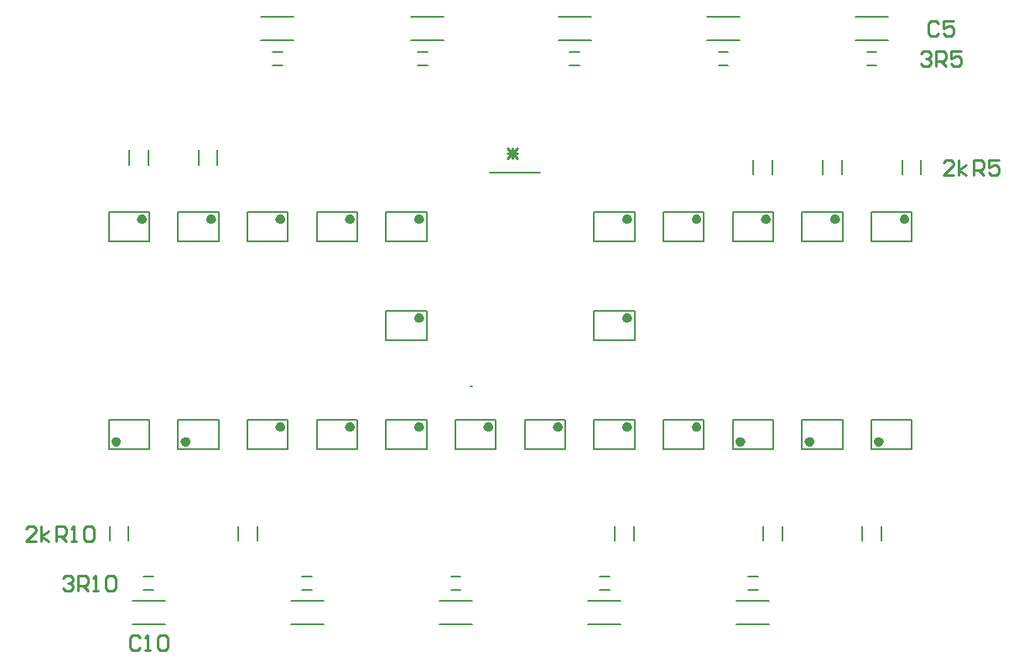
<source format=gto>
G04*
G04 #@! TF.GenerationSoftware,Altium Limited,Altium Designer,20.2.6 (244)*
G04*
G04 Layer_Color=65535*
%FSLAX25Y25*%
%MOIN*%
G70*
G04*
G04 #@! TF.SameCoordinates,E8620A35-0D5A-4ADE-AEDE-EDBF8206D9B1*
G04*
G04*
G04 #@! TF.FilePolarity,Positive*
G04*
G01*
G75*
%ADD10C,0.00787*%
%ADD11C,0.01968*%
%ADD12C,0.01000*%
D10*
X313681Y235728D02*
X312894D01*
X313681D01*
X320709Y320590D02*
X340709D01*
X491929Y319882D02*
Y325787D01*
X484449Y319882D02*
Y325787D01*
X184843Y323819D02*
Y329724D01*
X177362Y323819D02*
Y329724D01*
X212402Y323819D02*
Y329724D01*
X204921Y323819D02*
Y329724D01*
X432874Y319882D02*
Y325787D01*
X425394Y319882D02*
Y325787D01*
X460433Y319882D02*
Y325787D01*
X452953Y319882D02*
Y325787D01*
X468701Y174213D02*
Y180118D01*
X476181Y174213D02*
Y180118D01*
X169488Y174213D02*
Y180118D01*
X176969Y174213D02*
Y180118D01*
X220669Y174213D02*
Y180118D01*
X228150Y174213D02*
Y180118D01*
X370276Y174213D02*
Y180118D01*
X377756Y174213D02*
Y180118D01*
X429331Y174213D02*
Y180118D01*
X436811Y174213D02*
Y180118D01*
X183071Y154823D02*
X187008D01*
X183071Y160138D02*
X187008D01*
X178531Y150308D02*
X191548D01*
X178531Y141031D02*
X191548D01*
X418689Y150308D02*
X431705D01*
X418689Y141031D02*
X431705D01*
X423228Y154823D02*
X427165D01*
X423228Y160138D02*
X427165D01*
X470472Y363484D02*
X474409D01*
X470472Y368799D02*
X474409D01*
X465933Y382591D02*
X478949D01*
X465933Y373315D02*
X478949D01*
X229712Y382591D02*
X242729D01*
X229712Y373315D02*
X242729D01*
X234252Y363484D02*
X238189D01*
X234252Y368799D02*
X238189D01*
X359633Y141031D02*
X372650D01*
X359633Y150308D02*
X372650D01*
X364173Y160138D02*
X368110D01*
X364173Y154823D02*
X368110D01*
X300578Y141031D02*
X313595D01*
X300578Y150308D02*
X313595D01*
X305118Y160138D02*
X309055D01*
X305118Y154823D02*
X309055D01*
X241523Y141031D02*
X254540D01*
X241523Y150308D02*
X254540D01*
X246063Y160138D02*
X250000D01*
X246063Y154823D02*
X250000D01*
X411417Y368799D02*
X415354D01*
X411417Y363484D02*
X415354D01*
X406878Y373315D02*
X419894D01*
X406878Y382591D02*
X419894D01*
X352362Y368799D02*
X356299D01*
X352362Y363484D02*
X356299D01*
X347822Y373315D02*
X360839D01*
X347822Y382591D02*
X360839D01*
X292028Y368799D02*
X295965D01*
X292028Y363484D02*
X295965D01*
X289158Y373315D02*
X302174D01*
X289158Y382591D02*
X302174D01*
X185215Y293307D02*
Y305118D01*
X169116Y293307D02*
X185215D01*
X169116D02*
Y305118D01*
X185215D01*
X417148D02*
X433246D01*
X417148Y293307D02*
Y305118D01*
Y293307D02*
X433246D01*
Y305118D01*
X444707D02*
X460805D01*
X444707Y293307D02*
Y305118D01*
Y293307D02*
X460805D01*
Y305118D01*
X472266D02*
X488364D01*
X472266Y293307D02*
Y305118D01*
Y293307D02*
X488364D01*
Y305118D01*
X389589Y222441D02*
X405687D01*
X389589Y210630D02*
Y222441D01*
Y210630D02*
X405687D01*
Y222441D01*
X306911D02*
X323010D01*
X306911Y210630D02*
Y222441D01*
Y210630D02*
X323010D01*
Y222441D01*
X362030Y265748D02*
X378128D01*
X362030Y253937D02*
Y265748D01*
Y253937D02*
X378128D01*
Y265748D01*
X362030Y305118D02*
X378128D01*
X362030Y293307D02*
Y305118D01*
Y293307D02*
X378128D01*
Y305118D01*
X389589D02*
X405687D01*
X389589Y293307D02*
Y305118D01*
Y293307D02*
X405687D01*
Y305118D01*
X472266Y210630D02*
X488364D01*
Y222441D01*
X472266D02*
X488364D01*
X472266Y210630D02*
Y222441D01*
X444707Y210630D02*
X460805D01*
Y222441D01*
X444707D02*
X460805D01*
X444707Y210630D02*
Y222441D01*
X417148Y210630D02*
X433246D01*
Y222441D01*
X417148D02*
X433246D01*
X417148Y210630D02*
Y222441D01*
X196675Y210630D02*
X212774D01*
Y222441D01*
X196675D02*
X212774D01*
X196675Y210630D02*
Y222441D01*
X169116Y210630D02*
X185215D01*
Y222441D01*
X169116D02*
X185215D01*
X169116Y210630D02*
Y222441D01*
X251793Y305118D02*
X267892D01*
X251793Y293307D02*
Y305118D01*
Y293307D02*
X267892D01*
Y305118D01*
X362030Y222441D02*
X378128D01*
X362030Y210630D02*
Y222441D01*
Y210630D02*
X378128D01*
Y222441D01*
X334471D02*
X350569D01*
X334471Y210630D02*
Y222441D01*
Y210630D02*
X350569D01*
Y222441D01*
X279352Y305118D02*
X295451D01*
X279352Y293307D02*
Y305118D01*
Y293307D02*
X295451D01*
Y305118D01*
X279352Y265748D02*
X295451D01*
X279352Y253937D02*
Y265748D01*
Y253937D02*
X295451D01*
Y265748D01*
X224234Y222441D02*
X240333D01*
X224234Y210630D02*
Y222441D01*
Y210630D02*
X240333D01*
Y222441D01*
X251793D02*
X267892D01*
X251793Y210630D02*
Y222441D01*
Y210630D02*
X267892D01*
Y222441D01*
X279352D02*
X295451D01*
X279352Y210630D02*
Y222441D01*
Y210630D02*
X295451D01*
Y222441D01*
X240333Y293307D02*
Y305118D01*
X224234Y293307D02*
X240333D01*
X224234D02*
Y305118D01*
X240333D01*
X212774Y293307D02*
Y305118D01*
X196675Y293307D02*
X212774D01*
X196675D02*
Y305118D01*
X212774D01*
D11*
X486396Y302148D02*
X485904Y303001D01*
X484919D01*
X484427Y302148D01*
X484919Y301296D01*
X485904D01*
X486396Y302148D01*
X458837D02*
X458345Y303001D01*
X457360D01*
X456868Y302148D01*
X457360Y301296D01*
X458345D01*
X458837Y302148D01*
X431278D02*
X430785Y303001D01*
X429801D01*
X429309Y302148D01*
X429801Y301296D01*
X430785D01*
X431278Y302148D01*
X403719D02*
X403226Y303001D01*
X402242D01*
X401750Y302148D01*
X402242Y301296D01*
X403226D01*
X403719Y302148D01*
X376160D02*
X375667Y303001D01*
X374683D01*
X374191Y302148D01*
X374683Y301296D01*
X375667D01*
X376160Y302148D01*
X293482D02*
X292990Y303001D01*
X292006D01*
X291514Y302148D01*
X292006Y301296D01*
X292990D01*
X293482Y302148D01*
X265923D02*
X265431Y303001D01*
X264447D01*
X263955Y302148D01*
X264447Y301296D01*
X265431D01*
X265923Y302148D01*
X238364D02*
X237872Y303001D01*
X236888D01*
X236396Y302148D01*
X236888Y301296D01*
X237872D01*
X238364Y302148D01*
X210805D02*
X210313Y303001D01*
X209329D01*
X208837Y302148D01*
X209329Y301296D01*
X210313D01*
X210805Y302148D01*
X183246D02*
X182754Y303001D01*
X181770D01*
X181278Y302148D01*
X181770Y301296D01*
X182754D01*
X183246Y302148D01*
X376160Y262778D02*
X375667Y263631D01*
X374683D01*
X374191Y262778D01*
X374683Y261926D01*
X375667D01*
X376160Y262778D01*
X293482D02*
X292990Y263631D01*
X292006D01*
X291514Y262778D01*
X292006Y261926D01*
X292990D01*
X293482Y262778D01*
X476203Y213600D02*
X475711Y214452D01*
X474726D01*
X474234Y213600D01*
X474726Y212747D01*
X475711D01*
X476203Y213600D01*
X448644D02*
X448152Y214452D01*
X447167D01*
X446675Y213600D01*
X447167Y212747D01*
X448152D01*
X448644Y213600D01*
X421085D02*
X420592Y214452D01*
X419608D01*
X419116Y213600D01*
X419608Y212747D01*
X420592D01*
X421085Y213600D01*
X200612D02*
X200120Y214452D01*
X199136D01*
X198644Y213600D01*
X199136Y212747D01*
X200120D01*
X200612Y213600D01*
X173053D02*
X172561Y214452D01*
X171577D01*
X171085Y213600D01*
X171577Y212747D01*
X172561D01*
X173053Y213600D01*
X376160Y219471D02*
X375667Y220323D01*
X374683D01*
X374191Y219471D01*
X374683Y218619D01*
X375667D01*
X376160Y219471D01*
X348600D02*
X348108Y220323D01*
X347124D01*
X346632Y219471D01*
X347124Y218619D01*
X348108D01*
X348600Y219471D01*
X238364D02*
X237872Y220323D01*
X236888D01*
X236396Y219471D01*
X236888Y218619D01*
X237872D01*
X238364Y219471D01*
X265923D02*
X265431Y220323D01*
X264447D01*
X263955Y219471D01*
X264447Y218619D01*
X265431D01*
X265923Y219471D01*
X293482D02*
X292990Y220323D01*
X292006D01*
X291514Y219471D01*
X292006Y218619D01*
X292990D01*
X293482Y219471D01*
X403719D02*
X403226Y220323D01*
X402242D01*
X401750Y219471D01*
X402242Y218619D01*
X403226D01*
X403719Y219471D01*
X321041D02*
X320549Y220323D01*
X319565D01*
X319073Y219471D01*
X319565Y218619D01*
X320549D01*
X321041Y219471D01*
D12*
X327528Y330346D02*
X331527Y326347D01*
X327528D02*
X331527Y330346D01*
X327528Y328346D02*
X331527D01*
X329528Y326347D02*
Y330346D01*
X140109Y174166D02*
X136111D01*
X140109Y178165D01*
Y179165D01*
X139110Y180164D01*
X137110D01*
X136111Y179165D01*
X142109Y174166D02*
Y180164D01*
Y176166D02*
X145108Y178165D01*
X142109Y176166D02*
X145108Y174166D01*
X148107D02*
Y180164D01*
X151106D01*
X152105Y179165D01*
Y177165D01*
X151106Y176166D01*
X148107D01*
X150106D02*
X152105Y174166D01*
X154105D02*
X156104D01*
X155104D01*
Y180164D01*
X154105Y179165D01*
X159103D02*
X160103Y180164D01*
X162102D01*
X163102Y179165D01*
Y175166D01*
X162102Y174166D01*
X160103D01*
X159103Y175166D01*
Y179165D01*
X504813Y319836D02*
X500815D01*
X504813Y323834D01*
Y324834D01*
X503814Y325834D01*
X501814D01*
X500815Y324834D01*
X506813Y319836D02*
Y325834D01*
Y321835D02*
X509812Y323834D01*
X506813Y321835D02*
X509812Y319836D01*
X512811D02*
Y325834D01*
X515810D01*
X516809Y324834D01*
Y322835D01*
X515810Y321835D01*
X512811D01*
X514810D02*
X516809Y319836D01*
X522808Y325834D02*
X518809D01*
Y322835D01*
X520808Y323834D01*
X521808D01*
X522808Y322835D01*
Y320835D01*
X521808Y319836D01*
X519808D01*
X518809Y320835D01*
X181541Y135858D02*
X180541Y136857D01*
X178542D01*
X177542Y135858D01*
Y131859D01*
X178542Y130859D01*
X180541D01*
X181541Y131859D01*
X183540Y130859D02*
X185539D01*
X184539D01*
Y136857D01*
X183540Y135858D01*
X188538D02*
X189538Y136857D01*
X191537D01*
X192537Y135858D01*
Y131859D01*
X191537Y130859D01*
X189538D01*
X188538Y131859D01*
Y135858D01*
X499000Y379952D02*
X498001Y380952D01*
X496001D01*
X495002Y379952D01*
Y375953D01*
X496001Y374954D01*
X498001D01*
X499000Y375953D01*
X504998Y380952D02*
X501000D01*
Y377953D01*
X502999Y378952D01*
X503999D01*
X504998Y377953D01*
Y375953D01*
X503999Y374954D01*
X501999D01*
X501000Y375953D01*
X150921Y159480D02*
X151920Y160479D01*
X153920D01*
X154919Y159480D01*
Y158480D01*
X153920Y157480D01*
X152920D01*
X153920D01*
X154919Y156481D01*
Y155481D01*
X153920Y154481D01*
X151920D01*
X150921Y155481D01*
X156919Y154481D02*
Y160479D01*
X159918D01*
X160917Y159480D01*
Y157480D01*
X159918Y156481D01*
X156919D01*
X158918D02*
X160917Y154481D01*
X162917D02*
X164916D01*
X163917D01*
Y160479D01*
X162917Y159480D01*
X167915D02*
X168915Y160479D01*
X170914D01*
X171914Y159480D01*
Y155481D01*
X170914Y154481D01*
X168915D01*
X167915Y155481D01*
Y159480D01*
X492003Y368141D02*
X493002Y369141D01*
X495002D01*
X496001Y368141D01*
Y367141D01*
X495002Y366142D01*
X494002D01*
X495002D01*
X496001Y365142D01*
Y364142D01*
X495002Y363143D01*
X493002D01*
X492003Y364142D01*
X498001Y363143D02*
Y369141D01*
X501000D01*
X501999Y368141D01*
Y366142D01*
X501000Y365142D01*
X498001D01*
X500000D02*
X501999Y363143D01*
X507997Y369141D02*
X503999D01*
Y366142D01*
X505998Y367141D01*
X506998D01*
X507997Y366142D01*
Y364142D01*
X506998Y363143D01*
X504998D01*
X503999Y364142D01*
M02*

</source>
